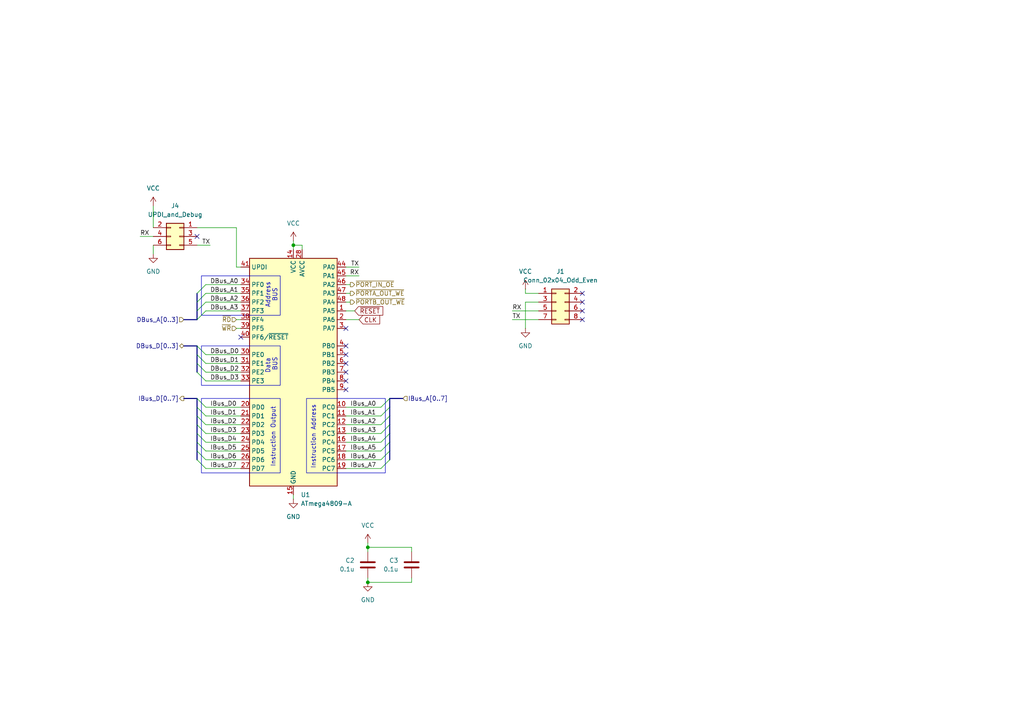
<source format=kicad_sch>
(kicad_sch (version 20250114) (generator "eeschema") (generator_version "9.0")
  (paper "A4")
  (title_block (title "HC4e_CPU") (date "2025-11-12") (rev "1.2"))
  (lib_symbols
    (symbol "Connector_Generic:Conn_02x03_Odd_Even" (pin_names (offset 1.016) (hide yes))
      (property "Reference" "J" (at 1.27 5.08 0))
      (property "Value" "Conn_02x03_Odd_Even" (at 1.27 -5.08 0))
      (symbol "Conn_02x03_Odd_Even_1_1"
        (rectangle (start -1.27 3.81) (end 3.81 -3.81) (stroke (width 0.254)) (fill (type background)))
        (rectangle (start -1.27 2.667) (end 0 2.413) (stroke (width 0.1524)))
        (rectangle (start -1.27 0.127) (end 0 -0.127) (stroke (width 0.1524)))
        (rectangle (start -1.27 -2.413) (end 0 -2.667) (stroke (width 0.1524)))
        (rectangle (start 3.81 2.667) (end 2.54 2.413) (stroke (width 0.1524)))
        (rectangle (start 3.81 0.127) (end 2.54 -0.127) (stroke (width 0.1524)))
        (rectangle (start 3.81 -2.413) (end 2.54 -2.667) (stroke (width 0.1524)))
        (pin passive line (at -5.08 2.54 0) (length 3.81) (name "Pin_1") (number "1"))
        (pin passive line (at -5.08 0 0) (length 3.81) (name "Pin_3") (number "3"))
        (pin passive line (at -5.08 -2.54 0) (length 3.81) (name "Pin_5") (number "5"))
        (pin passive line (at 7.62 2.54 180) (length 3.81) (name "Pin_2") (number "2"))
        (pin passive line (at 7.62 0 180) (length 3.81) (name "Pin_4") (number "4"))
        (pin passive line (at 7.62 -2.54 180) (length 3.81) (name "Pin_6") (number "6"))
      )
    )
    (symbol "Connector_Generic:Conn_02x04_Odd_Even" (pin_names (offset 1.016) (hide yes))
      (property "Reference" "J" (at 1.27 5.08 0))
      (property "Value" "Conn_02x04_Odd_Even" (at 1.27 -7.62 0))
      (symbol "Conn_02x04_Odd_Even_1_1"
        (rectangle (start -1.27 3.81) (end 3.81 -6.35) (stroke (width 0.254)) (fill (type background)))
        (rectangle (start -1.27 2.667) (end 0 2.413) (stroke (width 0.1524)))
        (rectangle (start -1.27 0.127) (end 0 -0.127) (stroke (width 0.1524)))
        (rectangle (start -1.27 -2.413) (end 0 -2.667) (stroke (width 0.1524)))
        (rectangle (start -1.27 -4.953) (end 0 -5.207) (stroke (width 0.1524)))
        (rectangle (start 3.81 2.667) (end 2.54 2.413) (stroke (width 0.1524)))
        (rectangle (start 3.81 0.127) (end 2.54 -0.127) (stroke (width 0.1524)))
        (rectangle (start 3.81 -2.413) (end 2.54 -2.667) (stroke (width 0.1524)))
        (rectangle (start 3.81 -4.953) (end 2.54 -5.207) (stroke (width 0.1524)))
        (pin passive line (at -5.08 2.54 0) (length 3.81) (name "Pin_1") (number "1"))
        (pin passive line (at -5.08 0 0) (length 3.81) (name "Pin_3") (number "3"))
        (pin passive line (at -5.08 -2.54 0) (length 3.81) (name "Pin_5") (number "5"))
        (pin passive line (at -5.08 -5.08 0) (length 3.81) (name "Pin_7") (number "7"))
        (pin passive line (at 7.62 2.54 180) (length 3.81) (name "Pin_2") (number "2"))
        (pin passive line (at 7.62 0 180) (length 3.81) (name "Pin_4") (number "4"))
        (pin passive line (at 7.62 -2.54 180) (length 3.81) (name "Pin_6") (number "6"))
        (pin passive line (at 7.62 -5.08 180) (length 3.81) (name "Pin_8") (number "8"))
      )
    )
    (symbol "Device:C" (pin_numbers (hide yes)) (pin_names (offset 0.254))
      (property "Reference" "C" (at 0.635 2.54 0))
      (property "Value" "C" (at 0.635 -2.54 0))
      (symbol "C_0_1"
        (polyline (pts (xy -2.032 0.762) (xy 2.032 0.762)) (stroke (width 0.508)))
        (polyline (pts (xy -2.032 -0.762) (xy 2.032 -0.762)) (stroke (width 0.508)))
      )
      (symbol "C_1_1"
        (pin passive line (at 0 3.81 270) (length 2.794) (name "~") (number "1"))
        (pin passive line (at 0 -3.81 90) (length 2.794) (name "~") (number "2"))
      )
    )
    (symbol "MCU_Microchip_ATmega:ATmega4809-A"
      (property "Reference" "U" (at -12.7 34.29 0))
      (property "Value" "ATmega4809-A" (at 2.54 -34.29 0))
      (symbol "ATmega4809-A_0_1"
        (rectangle (start -12.7 -33.02) (end 12.7 33.02) (stroke (width 0.254)) (fill (type background)))
      )
      (symbol "ATmega4809-A_1_1"
        (pin bidirectional line (at -15.24 30.48 0) (length 2.54) (name "UPDI") (number "41"))
        (pin bidirectional line (at -15.24 25.4 0) (length 2.54) (name "PF0") (number "34"))
        (pin bidirectional line (at -15.24 22.86 0) (length 2.54) (name "PF1") (number "35"))
        (pin bidirectional line (at -15.24 20.32 0) (length 2.54) (name "PF2") (number "36"))
        (pin bidirectional line (at -15.24 17.78 0) (length 2.54) (name "PF3") (number "37"))
        (pin bidirectional line (at -15.24 15.24 0) (length 2.54) (name "PF4") (number "38"))
        (pin bidirectional line (at -15.24 12.7 0) (length 2.54) (name "PF5") (number "39"))
        (pin bidirectional line (at -15.24 10.16 0) (length 2.54) (name "PF6/~{RESET}") (number "40"))
        (pin bidirectional line (at -15.24 5.08 0) (length 2.54) (name "PE0") (number "30"))
        (pin bidirectional line (at -15.24 2.54 0) (length 2.54) (name "PE1") (number "31"))
        (pin bidirectional line (at -15.24 0 0) (length 2.54) (name "PE2") (number "32"))
        (pin bidirectional line (at -15.24 -2.54 0) (length 2.54) (name "PE3") (number "33"))
        (pin bidirectional line (at -15.24 -10.16 0) (length 2.54) (name "PD0") (number "20"))
        (pin bidirectional line (at -15.24 -12.7 0) (length 2.54) (name "PD1") (number "21"))
        (pin bidirectional line (at -15.24 -15.24 0) (length 2.54) (name "PD2") (number "22"))
        (pin bidirectional line (at -15.24 -17.78 0) (length 2.54) (name "PD3") (number "23"))
        (pin bidirectional line (at -15.24 -20.32 0) (length 2.54) (name "PD4") (number "24"))
        (pin bidirectional line (at -15.24 -22.86 0) (length 2.54) (name "PD5") (number "25"))
        (pin bidirectional line (at -15.24 -25.4 0) (length 2.54) (name "PD6") (number "26"))
        (pin bidirectional line (at -15.24 -27.94 0) (length 2.54) (name "PD7") (number "27"))
        (pin power_in line (at 0 35.56 270) (length 2.54) (name "VCC") (number "14"))
        (pin passive line (at 0 35.56 270) (length 2.54) (hide yes) (name "VCC") (number "42"))
        (pin power_in line (at 0 -35.56 90) (length 2.54) (name "GND") (number "15"))
        (pin passive line (at 0 -35.56 90) (length 2.54) (hide yes) (name "GND") (number "29"))
        (pin passive line (at 0 -35.56 90) (length 2.54) (hide yes) (name "GND") (number "43"))
        (pin power_in line (at 2.54 35.56 270) (length 2.54) (name "AVCC") (number "28"))
        (pin bidirectional line (at 15.24 30.48 180) (length 2.54) (name "PA0") (number "44"))
        (pin bidirectional line (at 15.24 27.94 180) (length 2.54) (name "PA1") (number "45"))
        (pin bidirectional line (at 15.24 25.4 180) (length 2.54) (name "PA2") (number "46"))
        (pin bidirectional line (at 15.24 22.86 180) (length 2.54) (name "PA3") (number "47"))
        (pin bidirectional line (at 15.24 20.32 180) (length 2.54) (name "PA4") (number "48"))
        (pin bidirectional line (at 15.24 17.78 180) (length 2.54) (name "PA5") (number "1"))
        (pin bidirectional line (at 15.24 15.24 180) (length 2.54) (name "PA6") (number "2"))
        (pin bidirectional line (at 15.24 12.7 180) (length 2.54) (name "PA7") (number "3"))
        (pin bidirectional line (at 15.24 7.62 180) (length 2.54) (name "PB0") (number "4"))
        (pin bidirectional line (at 15.24 5.08 180) (length 2.54) (name "PB1") (number "5"))
        (pin bidirectional line (at 15.24 2.54 180) (length 2.54) (name "PB2") (number "6"))
        (pin bidirectional line (at 15.24 0 180) (length 2.54) (name "PB3") (number "7"))
        (pin bidirectional line (at 15.24 -2.54 180) (length 2.54) (name "PB4") (number "8"))
        (pin bidirectional line (at 15.24 -5.08 180) (length 2.54) (name "PB5") (number "9"))
        (pin bidirectional line (at 15.24 -10.16 180) (length 2.54) (name "PC0") (number "10"))
        (pin bidirectional line (at 15.24 -12.7 180) (length 2.54) (name "PC1") (number "11"))
        (pin bidirectional line (at 15.24 -15.24 180) (length 2.54) (name "PC2") (number "12"))
        (pin bidirectional line (at 15.24 -17.78 180) (length 2.54) (name "PC3") (number "13"))
        (pin bidirectional line (at 15.24 -20.32 180) (length 2.54) (name "PC4") (number "16"))
        (pin bidirectional line (at 15.24 -22.86 180) (length 2.54) (name "PC5") (number "17"))
        (pin bidirectional line (at 15.24 -25.4 180) (length 2.54) (name "PC6") (number "18"))
        (pin bidirectional line (at 15.24 -27.94 180) (length 2.54) (name "PC7") (number "19"))
      )
    )
    (symbol "power:GND" (power) (pin_numbers (hide yes)) (pin_names (offset 0) (hide yes))
      (property "Value" "GND" (at 0 -3.81 0))
      (symbol "GND_0_1"
        (polyline (pts (xy 0 0) (xy 0 -1.27) (xy 1.27 -1.27) (xy 0 -2.54) (xy -1.27 -1.27) (xy 0 -1.27)))
      )
      (symbol "GND_1_1"
        (pin power_in line (at 0 0 270) (length 0) (name "~") (number "1"))
      )
    )
    (symbol "power:VCC" (power) (pin_numbers (hide yes)) (pin_names (offset 0) (hide yes))
      (property "Value" "VCC" (at 0 3.556 0))
      (symbol "VCC_0_1"
        (polyline (pts (xy -0.762 1.27) (xy 0 2.54)))
        (polyline (pts (xy 0 2.54) (xy 0.762 1.27)))
        (polyline (pts (xy 0 0) (xy 0 2.54)))
      )
      (symbol "VCC_1_1"
        (pin power_in line (at 0 0 90) (length 0) (name "~") (number "1"))
      )
    )
  )
  (rectangle (start 58.42 100.33) (end 81.28 111.76))
  (rectangle (start 58.42 80.01) (end 81.28 91.44))
  (rectangle (start 88.9 115.57) (end 111.76 137.16))
  (rectangle (start 58.42 115.57) (end 81.28 137.16))
  (text "Data \nBUS" (at 78.74 105.664 90) (effects (font (size 1.27 1.27))))
  (text "Instruction Address" (at 90.932 126.746 90) (effects (font (size 1.27 1.27))))
  (text "Instruction Output" (at 79.248 126.746 90) (effects (font (size 1.27 1.27))))
  (text "Address\nBUS" (at 78.74 85.598 90) (effects (font (size 1.27 1.27))))
  (junction (at 106.68 168.91))
  (junction (at 106.68 158.75))
  (junction (at 85.09 71.12))
  (no_connect (at 69.85 97.79))
  (no_connect (at 100.33 102.87))
  (no_connect (at 100.33 113.03))
  (no_connect (at 100.33 110.49))
  (no_connect (at 100.33 107.95))
  (no_connect (at 100.33 105.41))
  (no_connect (at 168.91 92.71))
  (no_connect (at 168.91 90.17))
  (no_connect (at 168.91 85.09))
  (no_connect (at 168.91 87.63))
  (no_connect (at 100.33 95.25))
  (no_connect (at 57.15 68.58))
  (no_connect (at 100.33 100.33))
  (bus_entry (at 110.49 120.65) (size 2.54 -2.54))
  (bus_entry (at 59.69 130.81) (size -2.54 -2.54))
  (bus_entry (at 110.49 118.11) (size 2.54 -2.54))
  (bus_entry (at 59.69 105.41) (size -2.54 -2.54))
  (bus_entry (at 110.49 133.35) (size 2.54 -2.54))
  (bus_entry (at 59.69 128.27) (size -2.54 -2.54))
  (bus_entry (at 59.69 90.17) (size -2.54 2.54))
  (bus_entry (at 110.49 135.89) (size 2.54 -2.54))
  (bus_entry (at 59.69 135.89) (size -2.54 -2.54))
  (bus_entry (at 59.69 120.65) (size -2.54 -2.54))
  (bus_entry (at 110.49 123.19) (size 2.54 -2.54))
  (bus_entry (at 59.69 85.09) (size -2.54 2.54))
  (bus_entry (at 110.49 128.27) (size 2.54 -2.54))
  (bus_entry (at 59.69 107.95) (size -2.54 -2.54))
  (bus_entry (at 59.69 125.73) (size -2.54 -2.54))
  (bus_entry (at 59.69 123.19) (size -2.54 -2.54))
  (bus_entry (at 59.69 87.63) (size -2.54 2.54))
  (bus_entry (at 59.69 102.87) (size -2.54 -2.54))
  (bus_entry (at 59.69 133.35) (size -2.54 -2.54))
  (bus_entry (at 110.49 130.81) (size 2.54 -2.54))
  (bus_entry (at 59.69 82.55) (size -2.54 2.54))
  (bus_entry (at 110.49 125.73) (size 2.54 -2.54))
  (bus_entry (at 59.69 118.11) (size -2.54 -2.54))
  (bus_entry (at 59.69 110.49) (size -2.54 -2.54))
  (wire (pts (xy 152.4 87.63) (xy 152.4 95.25)))
  (bus (pts (xy 57.15 100.33) (xy 57.15 102.87)))
  (wire (pts (xy 85.09 143.51) (xy 85.09 144.78)))
  (wire (pts (xy 59.69 125.73) (xy 69.85 125.73)))
  (bus (pts (xy 113.03 130.81) (xy 113.03 133.35)))
  (wire (pts (xy 100.33 125.73) (xy 110.49 125.73)))
  (wire (pts (xy 85.09 69.85) (xy 85.09 71.12)))
  (wire (pts (xy 44.45 68.58) (xy 40.64 68.58)))
  (bus (pts (xy 113.03 125.73) (xy 113.03 128.27)))
  (bus (pts (xy 113.03 123.19) (xy 113.03 125.73)))
  (bus (pts (xy 113.03 118.11) (xy 113.03 120.65)))
  (wire (pts (xy 59.69 118.11) (xy 69.85 118.11)))
  (wire (pts (xy 119.38 158.75) (xy 119.38 160.02)))
  (bus (pts (xy 57.15 87.63) (xy 57.15 90.17)))
  (wire (pts (xy 100.33 128.27) (xy 110.49 128.27)))
  (wire (pts (xy 57.15 66.04) (xy 68.58 66.04)))
  (wire (pts (xy 148.59 92.71) (xy 156.21 92.71)))
  (wire (pts (xy 106.68 158.75) (xy 106.68 160.02)))
  (wire (pts (xy 100.33 77.47) (xy 104.14 77.47)))
  (wire (pts (xy 59.69 105.41) (xy 69.85 105.41)))
  (wire (pts (xy 100.33 133.35) (xy 110.49 133.35)))
  (wire (pts (xy 100.33 87.63) (xy 101.6 87.63)))
  (bus (pts (xy 53.34 100.33) (xy 57.15 100.33)))
  (wire (pts (xy 59.69 82.55) (xy 69.85 82.55)))
  (bus (pts (xy 113.03 115.57) (xy 116.84 115.57)))
  (wire (pts (xy 100.33 130.81) (xy 110.49 130.81)))
  (wire (pts (xy 59.69 110.49) (xy 69.85 110.49)))
  (wire (pts (xy 100.33 85.09) (xy 101.6 85.09)))
  (wire (pts (xy 152.4 85.09) (xy 156.21 85.09)))
  (wire (pts (xy 68.58 92.71) (xy 69.85 92.71)))
  (wire (pts (xy 106.68 157.48) (xy 106.68 158.75)))
  (wire (pts (xy 100.33 118.11) (xy 110.49 118.11)))
  (wire (pts (xy 59.69 120.65) (xy 69.85 120.65)))
  (wire (pts (xy 85.09 71.12) (xy 87.63 71.12)))
  (wire (pts (xy 106.68 168.91) (xy 119.38 168.91)))
  (bus (pts (xy 57.15 85.09) (xy 57.15 87.63)))
  (wire (pts (xy 44.45 71.12) (xy 44.45 73.66)))
  (wire (pts (xy 152.4 83.82) (xy 152.4 85.09)))
  (wire (pts (xy 119.38 168.91) (xy 119.38 167.64)))
  (bus (pts (xy 57.15 120.65) (xy 57.15 123.19)))
  (wire (pts (xy 59.69 85.09) (xy 69.85 85.09)))
  (bus (pts (xy 57.15 90.17) (xy 57.15 92.71)))
  (wire (pts (xy 100.33 90.17) (xy 102.87 90.17)))
  (wire (pts (xy 68.58 95.25) (xy 69.85 95.25)))
  (wire (pts (xy 59.69 123.19) (xy 69.85 123.19)))
  (wire (pts (xy 100.33 135.89) (xy 110.49 135.89)))
  (wire (pts (xy 68.58 77.47) (xy 69.85 77.47)))
  (bus (pts (xy 113.03 120.65) (xy 113.03 123.19)))
  (wire (pts (xy 100.33 82.55) (xy 101.6 82.55)))
  (bus (pts (xy 57.15 105.41) (xy 57.15 107.95)))
  (wire (pts (xy 100.33 80.01) (xy 104.14 80.01)))
  (wire (pts (xy 68.58 66.04) (xy 68.58 77.47)))
  (wire (pts (xy 57.15 71.12) (xy 60.96 71.12)))
  (wire (pts (xy 44.45 59.69) (xy 44.45 66.04)))
  (bus (pts (xy 53.34 92.71) (xy 57.15 92.71)))
  (bus (pts (xy 57.15 118.11) (xy 57.15 120.65)))
  (bus (pts (xy 53.34 115.57) (xy 57.15 115.57)))
  (bus (pts (xy 113.03 128.27) (xy 113.03 130.81)))
  (wire (pts (xy 59.69 102.87) (xy 69.85 102.87)))
  (bus (pts (xy 57.15 115.57) (xy 57.15 118.11)))
  (wire (pts (xy 100.33 123.19) (xy 110.49 123.19)))
  (wire (pts (xy 59.69 90.17) (xy 69.85 90.17)))
  (bus (pts (xy 57.15 128.27) (xy 57.15 130.81)))
  (wire (pts (xy 59.69 130.81) (xy 69.85 130.81)))
  (wire (pts (xy 85.09 71.12) (xy 85.09 72.39)))
  (wire (pts (xy 59.69 107.95) (xy 69.85 107.95)))
  (wire (pts (xy 100.33 92.71) (xy 104.14 92.71)))
  (wire (pts (xy 106.68 168.91) (xy 106.68 167.64)))
  (bus (pts (xy 57.15 125.73) (xy 57.15 128.27)))
  (wire (pts (xy 106.68 158.75) (xy 119.38 158.75)))
  (wire (pts (xy 100.33 120.65) (xy 110.49 120.65)))
  (bus (pts (xy 113.03 115.57) (xy 113.03 118.11)))
  (wire (pts (xy 148.59 90.17) (xy 156.21 90.17)))
  (wire (pts (xy 59.69 87.63) (xy 69.85 87.63)))
  (wire (pts (xy 152.4 87.63) (xy 156.21 87.63)))
  (bus (pts (xy 57.15 123.19) (xy 57.15 125.73)))
  (wire (pts (xy 59.69 133.35) (xy 69.85 133.35)))
  (wire (pts (xy 59.69 128.27) (xy 69.85 128.27)))
  (wire (pts (xy 87.63 71.12) (xy 87.63 72.39)))
  (bus (pts (xy 57.15 130.81) (xy 57.15 133.35)))
  (bus (pts (xy 57.15 102.87) (xy 57.15 105.41)))
  (wire (pts (xy 59.69 135.89) (xy 69.85 135.89)))
  (label "IBus_A0" (at 101.6 118.11 0))
  (label "RX" (at 40.64 68.58 0))
  (label "DBus_A1" (at 60.96 85.09 0))
  (label "IBus_A4" (at 101.6 128.27 0))
  (label "IBus_D3" (at 60.96 125.73 0))
  (label "IBus_D5" (at 60.96 130.81 0))
  (label "IBus_A7" (at 101.6 135.89 0))
  (label "DBus_A3" (at 60.96 90.17 0))
  (label "IBus_D6" (at 60.96 133.35 0))
  (label "TX" (at 60.96 71.12 180))
  (label "IBus_A6" (at 101.6 133.35 0))
  (label "DBus_D1" (at 60.96 105.41 0))
  (label "DBus_A0" (at 60.96 82.55 0))
  (label "DBus_D2" (at 60.96 107.95 0))
  (label "TX" (at 148.59 92.71 0))
  (label "RX" (at 148.59 90.17 0))
  (label "IBus_D7" (at 60.96 135.89 0))
  (label "IBus_D1" (at 60.96 120.65 0))
  (label "DBus_D3" (at 60.96 110.49 0))
  (label "IBus_A3" (at 101.6 125.73 0))
  (label "IBus_A1" (at 101.6 120.65 0))
  (label "RX" (at 104.14 80.01 180))
  (label "IBus_A5" (at 101.6 130.81 0))
  (label "DBus_D0" (at 60.96 102.87 0))
  (label "DBus_A2" (at 60.96 87.63 0))
  (label "IBus_D0" (at 60.96 118.11 0))
  (label "IBus_D4" (at 60.96 128.27 0))
  (label "TX" (at 104.14 77.47 180))
  (label "IBus_D2" (at 60.96 123.19 0))
  (label "IBus_A2" (at 101.6 123.19 0))
  (global_label "CLK" (shape input) (at 104.14 92.71 0) (property "Intersheetrefs" "${INTERSHEET_REFS}" (effects (hide yes))))
  (global_label "~{RESET}" (shape input) (at 102.87 90.17 0) (property "Intersheetrefs" "${INTERSHEET_REFS}" (effects (hide yes))))
  (hierarchical_label "~{RD}" (shape input) (at 68.58 92.71 180))
  (hierarchical_label "IBus_D[0..7]" (shape output) (at 53.34 115.57 180))
  (hierarchical_label "~{PORTA_OUT_WE}" (shape output) (at 101.6 85.09 0))
  (hierarchical_label "DBus_D[0..3]" (shape bidirectional) (at 53.34 100.33 180))
  (hierarchical_label "DBus_A[0..3]" (shape input) (at 53.34 92.71 180))
  (hierarchical_label "IBus_A[0..7]" (shape input) (at 116.84 115.57 0))
  (hierarchical_label "~{WR}" (shape input) (at 68.58 95.25 180))
  (hierarchical_label "~{PORTB_OUT_WE}" (shape output) (at 101.6 87.63 0))
  (hierarchical_label "~{PORT_IN_OE}" (shape output) (at 101.6 82.55 0))
  (symbol (lib_id "power:GND") (at 44.45 73.66 0) (unit 1)
    (property "Reference" "#PWR045" (effects (hide yes)))
    (property "Value" "GND" (at 44.45 78.74 0))
    (property "Description" "Power symbol creates a global label with name \"GND\" , ground" (effects (hide yes)))
  )
  (symbol (lib_id "Device:C") (at 106.68 163.83 0) (mirror y) (unit 1)
    (property "Reference" "C2" (at 102.87 162.5599 0) (effects (justify left)))
    (property "Value" "0.1u" (at 102.87 165.0999 0) (effects (justify left)))
    (property "Footprint" "Capacitor_SMD:C_0603_1608Metric" (effects (hide yes)))
    (property "Description" "Unpolarized capacitor" (effects (hide yes)))
  )
  (symbol (lib_id "power:VCC") (at 44.45 59.69 0) (unit 1)
    (property "Reference" "#PWR044" (effects (hide yes)))
    (property "Value" "VCC" (at 44.45 54.61 0))
    (property "Description" "Power symbol creates a global label with name \"VCC\"" (effects (hide yes)))
  )
  (symbol (lib_id "Connector_Generic:Conn_02x03_Odd_Even") (at 52.07 68.58 0) (mirror y) (unit 1)
    (property "Reference" "J4" (at 50.8 59.69 0))
    (property "Value" "UPDI_and_Debug" (at 50.8 62.23 0))
    (property "Footprint" "Connector_PinHeader_2.54mm:PinHeader_2x03_P2.54mm_Vertical" (effects (hide yes)))
    (property "Description" "Generic connector, double row, 02x03, odd/even pin numbering scheme (row 1 odd numbers, row 2 even numbers), script generated (kicad-library-utils/schlib/autogen/connector/)" (effects (hide yes)))
  )
  (symbol (lib_id "power:VCC") (at 85.09 69.85 0) (unit 1)
    (property "Reference" "#PWR046" (effects (hide yes)))
    (property "Value" "VCC" (at 85.09 64.77 0))
    (property "Description" "Power symbol creates a global label with name \"VCC\"" (effects (hide yes)))
  )
  (symbol (lib_id "power:GND") (at 85.09 144.78 0) (unit 1)
    (property "Reference" "#PWR047" (effects (hide yes)))
    (property "Value" "GND" (at 85.09 149.86 0))
    (property "Description" "Power symbol creates a global label with name \"GND\" , ground" (effects (hide yes)))
  )
  (symbol (lib_id "power:VCC") (at 106.68 157.48 0) (unit 1)
    (property "Reference" "#PWR048" (effects (hide yes)))
    (property "Value" "VCC" (at 106.68 152.4 0))
    (property "Description" "Power symbol creates a global label with name \"VCC\"" (effects (hide yes)))
  )
  (symbol (lib_id "Connector_Generic:Conn_02x04_Odd_Even") (at 161.29 87.63 0) (unit 1)
    (property "Reference" "J1" (at 162.56 78.74 0))
    (property "Value" "Conn_02x04_Odd_Even" (at 162.56 81.28 0))
    (property "Footprint" "Connector_PinHeader_2.54mm:PinHeader_2x04_P2.54mm_Vertical" (effects (hide yes)))
    (property "Description" "Generic connector, double row, 02x04, odd/even pin numbering scheme (row 1 odd numbers, row 2 even numbers), script generated (kicad-library-utils/schlib/autogen/connector/)" (effects (hide yes)))
  )
  (symbol (lib_id "power:VCC") (at 152.4 83.82 0) (unit 1)
    (property "Reference" "#PWR01" (effects (hide yes)))
    (property "Value" "VCC" (at 152.4 78.74 0))
    (property "Description" "Power symbol creates a global label with name \"VCC\"" (effects (hide yes)))
  )
  (symbol (lib_id "Device:C") (at 119.38 163.83 0) (mirror y) (unit 1)
    (property "Reference" "C3" (at 115.57 162.5599 0) (effects (justify left)))
    (property "Value" "0.1u" (at 115.57 165.0999 0) (effects (justify left)))
    (property "Footprint" "Capacitor_SMD:C_0603_1608Metric" (effects (hide yes)))
    (property "Description" "Unpolarized capacitor" (effects (hide yes)))
  )
  (symbol (lib_id "MCU_Microchip_ATmega:ATmega4809-A") (at 85.09 107.95 0) (unit 1)
    (property "Reference" "U1" (at 87.2333 143.51 0) (effects (justify left)))
    (property "Value" "ATmega4809-A" (at 87.2333 146.05 0) (effects (justify left)))
    (property "Footprint" "Package_QFP:TQFP-48_7x7mm_P0.5mm" (effects (hide yes)))
    (property "Datasheet" "http://ww1.microchip.com/downloads/en/DeviceDoc/40002016A.pdf" (effects (hide yes)))
    (property "Description" "20MHz, 48kB Flash, 6kB SRAM, 256B EEPROM, TQFP-48" (effects (hide yes)))
  )
  (symbol (lib_id "power:GND") (at 152.4 95.25 0) (unit 1)
    (property "Reference" "#PWR04" (effects (hide yes)))
    (property "Value" "GND" (at 152.4 100.33 0))
    (property "Description" "Power symbol creates a global label with name \"GND\" , ground" (effects (hide yes)))
  )
  (symbol (lib_id "power:GND") (at 106.68 168.91 0) (unit 1)
    (property "Reference" "#PWR049" (effects (hide yes)))
    (property "Value" "GND" (at 106.68 173.99 0))
    (property "Description" "Power symbol creates a global label with name \"GND\" , ground" (effects (hide yes)))
  )
)
</source>
